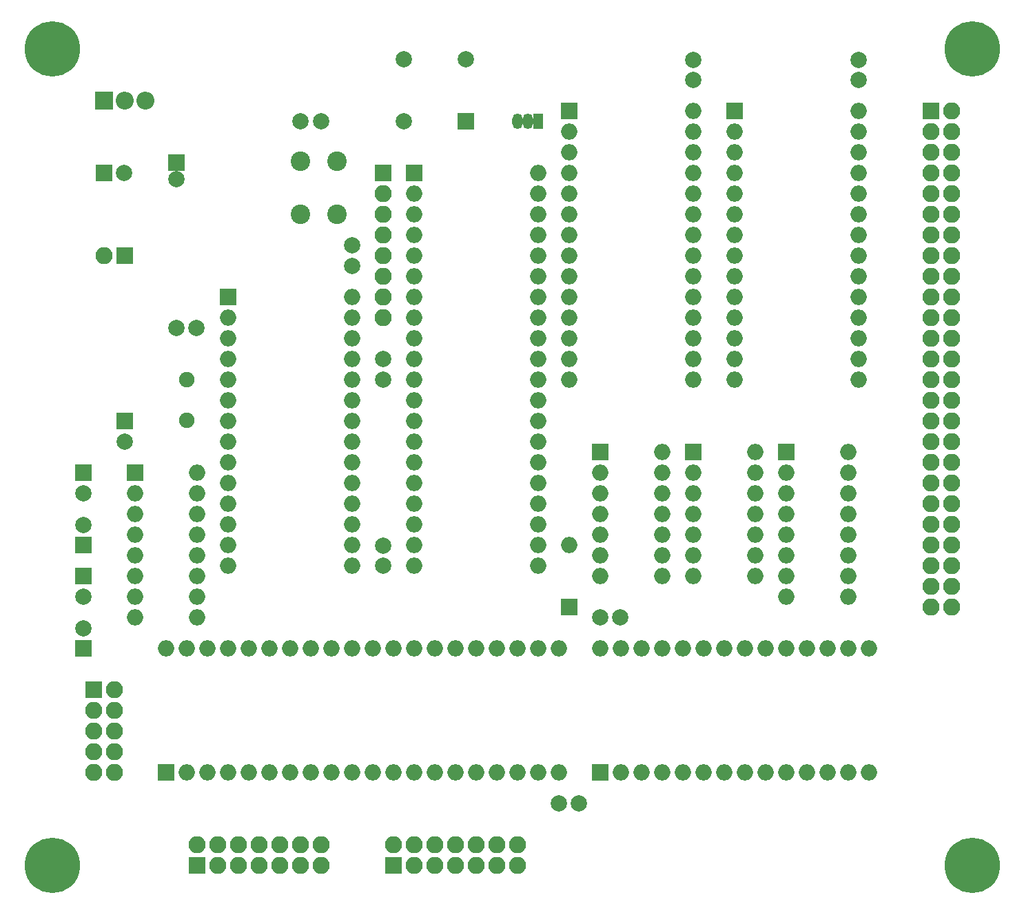
<source format=gbr>
G04 #@! TF.FileFunction,Soldermask,Bot*
%FSLAX46Y46*%
G04 Gerber Fmt 4.6, Leading zero omitted, Abs format (unit mm)*
G04 Created by KiCad (PCBNEW 4.0.6-e0-6349~53~ubuntu16.04.1) date Mon Apr  3 23:13:33 2017*
%MOMM*%
%LPD*%
G01*
G04 APERTURE LIST*
%ADD10C,0.100000*%
%ADD11R,2.000000X2.000000*%
%ADD12C,2.000000*%
%ADD13O,2.000000X2.000000*%
%ADD14R,2.100000X2.100000*%
%ADD15O,2.100000X2.100000*%
%ADD16O,1.300000X1.900000*%
%ADD17R,1.300000X1.900000*%
%ADD18C,2.400000*%
%ADD19R,2.200000X2.200000*%
%ADD20O,2.200000X2.200000*%
%ADD21C,1.900000*%
%ADD22C,6.800000*%
G04 APERTURE END LIST*
D10*
D11*
X92710000Y-114300000D03*
D12*
X92710000Y-111800000D03*
D11*
X92710000Y-101600000D03*
D12*
X92710000Y-99100000D03*
D11*
X92710000Y-105410000D03*
D12*
X92710000Y-107910000D03*
D11*
X97790000Y-86360000D03*
D12*
X97790000Y-88860000D03*
D11*
X92710000Y-92710000D03*
D12*
X92710000Y-95210000D03*
X104140000Y-74930000D03*
X106640000Y-74930000D03*
D11*
X95250000Y-55880000D03*
D12*
X97750000Y-55880000D03*
D11*
X104140000Y-54610000D03*
D12*
X104140000Y-56610000D03*
X121920000Y-49530000D03*
X119420000Y-49530000D03*
X125730000Y-64770000D03*
X125730000Y-67270000D03*
X129540000Y-104140000D03*
X129540000Y-101640000D03*
X151130000Y-133350000D03*
X153630000Y-133350000D03*
X187960000Y-44450000D03*
X187960000Y-41950000D03*
X129540000Y-78740000D03*
X129540000Y-81240000D03*
X167640000Y-44450000D03*
X167640000Y-41950000D03*
X156210000Y-110490000D03*
X158710000Y-110490000D03*
D11*
X152400000Y-109220000D03*
D13*
X152400000Y-101600000D03*
D14*
X93980000Y-119380000D03*
D15*
X96520000Y-119380000D03*
X93980000Y-121920000D03*
X96520000Y-121920000D03*
X93980000Y-124460000D03*
X96520000Y-124460000D03*
X93980000Y-127000000D03*
X96520000Y-127000000D03*
X93980000Y-129540000D03*
X96520000Y-129540000D03*
D14*
X106680000Y-140970000D03*
D15*
X106680000Y-138430000D03*
X109220000Y-140970000D03*
X109220000Y-138430000D03*
X111760000Y-140970000D03*
X111760000Y-138430000D03*
X114300000Y-140970000D03*
X114300000Y-138430000D03*
X116840000Y-140970000D03*
X116840000Y-138430000D03*
X119380000Y-140970000D03*
X119380000Y-138430000D03*
X121920000Y-140970000D03*
X121920000Y-138430000D03*
D14*
X130810000Y-140970000D03*
D15*
X130810000Y-138430000D03*
X133350000Y-140970000D03*
X133350000Y-138430000D03*
X135890000Y-140970000D03*
X135890000Y-138430000D03*
X138430000Y-140970000D03*
X138430000Y-138430000D03*
X140970000Y-140970000D03*
X140970000Y-138430000D03*
X143510000Y-140970000D03*
X143510000Y-138430000D03*
X146050000Y-140970000D03*
X146050000Y-138430000D03*
D14*
X97790000Y-66040000D03*
D15*
X95250000Y-66040000D03*
D14*
X196850000Y-48260000D03*
D15*
X199390000Y-48260000D03*
X196850000Y-50800000D03*
X199390000Y-50800000D03*
X196850000Y-53340000D03*
X199390000Y-53340000D03*
X196850000Y-55880000D03*
X199390000Y-55880000D03*
X196850000Y-58420000D03*
X199390000Y-58420000D03*
X196850000Y-60960000D03*
X199390000Y-60960000D03*
X196850000Y-63500000D03*
X199390000Y-63500000D03*
X196850000Y-66040000D03*
X199390000Y-66040000D03*
X196850000Y-68580000D03*
X199390000Y-68580000D03*
X196850000Y-71120000D03*
X199390000Y-71120000D03*
X196850000Y-73660000D03*
X199390000Y-73660000D03*
X196850000Y-76200000D03*
X199390000Y-76200000D03*
X196850000Y-78740000D03*
X199390000Y-78740000D03*
X196850000Y-81280000D03*
X199390000Y-81280000D03*
X196850000Y-83820000D03*
X199390000Y-83820000D03*
X196850000Y-86360000D03*
X199390000Y-86360000D03*
X196850000Y-88900000D03*
X199390000Y-88900000D03*
X196850000Y-91440000D03*
X199390000Y-91440000D03*
X196850000Y-93980000D03*
X199390000Y-93980000D03*
X196850000Y-96520000D03*
X199390000Y-96520000D03*
X196850000Y-99060000D03*
X199390000Y-99060000D03*
X196850000Y-101600000D03*
X199390000Y-101600000D03*
X196850000Y-104140000D03*
X199390000Y-104140000D03*
X196850000Y-106680000D03*
X199390000Y-106680000D03*
X196850000Y-109220000D03*
X199390000Y-109220000D03*
D16*
X147320000Y-49530000D03*
X146050000Y-49530000D03*
D17*
X148590000Y-49530000D03*
D14*
X129540000Y-55880000D03*
D15*
X129540000Y-58420000D03*
X129540000Y-60960000D03*
X129540000Y-63500000D03*
X129540000Y-66040000D03*
X129540000Y-68580000D03*
X129540000Y-71120000D03*
X129540000Y-73660000D03*
D18*
X123880000Y-60960000D03*
X119380000Y-60960000D03*
X123880000Y-54460000D03*
X119380000Y-54460000D03*
D11*
X133350000Y-55880000D03*
D13*
X148590000Y-104140000D03*
X133350000Y-58420000D03*
X148590000Y-101600000D03*
X133350000Y-60960000D03*
X148590000Y-99060000D03*
X133350000Y-63500000D03*
X148590000Y-96520000D03*
X133350000Y-66040000D03*
X148590000Y-93980000D03*
X133350000Y-68580000D03*
X148590000Y-91440000D03*
X133350000Y-71120000D03*
X148590000Y-88900000D03*
X133350000Y-73660000D03*
X148590000Y-86360000D03*
X133350000Y-76200000D03*
X148590000Y-83820000D03*
X133350000Y-78740000D03*
X148590000Y-81280000D03*
X133350000Y-81280000D03*
X148590000Y-78740000D03*
X133350000Y-83820000D03*
X148590000Y-76200000D03*
X133350000Y-86360000D03*
X148590000Y-73660000D03*
X133350000Y-88900000D03*
X148590000Y-71120000D03*
X133350000Y-91440000D03*
X148590000Y-68580000D03*
X133350000Y-93980000D03*
X148590000Y-66040000D03*
X133350000Y-96520000D03*
X148590000Y-63500000D03*
X133350000Y-99060000D03*
X148590000Y-60960000D03*
X133350000Y-101600000D03*
X148590000Y-58420000D03*
X133350000Y-104140000D03*
X148590000Y-55880000D03*
D11*
X172720000Y-48260000D03*
D13*
X187960000Y-81280000D03*
X172720000Y-50800000D03*
X187960000Y-78740000D03*
X172720000Y-53340000D03*
X187960000Y-76200000D03*
X172720000Y-55880000D03*
X187960000Y-73660000D03*
X172720000Y-58420000D03*
X187960000Y-71120000D03*
X172720000Y-60960000D03*
X187960000Y-68580000D03*
X172720000Y-63500000D03*
X187960000Y-66040000D03*
X172720000Y-66040000D03*
X187960000Y-63500000D03*
X172720000Y-68580000D03*
X187960000Y-60960000D03*
X172720000Y-71120000D03*
X187960000Y-58420000D03*
X172720000Y-73660000D03*
X187960000Y-55880000D03*
X172720000Y-76200000D03*
X187960000Y-53340000D03*
X172720000Y-78740000D03*
X187960000Y-50800000D03*
X172720000Y-81280000D03*
X187960000Y-48260000D03*
D11*
X152400000Y-48260000D03*
D13*
X167640000Y-81280000D03*
X152400000Y-50800000D03*
X167640000Y-78740000D03*
X152400000Y-53340000D03*
X167640000Y-76200000D03*
X152400000Y-55880000D03*
X167640000Y-73660000D03*
X152400000Y-58420000D03*
X167640000Y-71120000D03*
X152400000Y-60960000D03*
X167640000Y-68580000D03*
X152400000Y-63500000D03*
X167640000Y-66040000D03*
X152400000Y-66040000D03*
X167640000Y-63500000D03*
X152400000Y-68580000D03*
X167640000Y-60960000D03*
X152400000Y-71120000D03*
X167640000Y-58420000D03*
X152400000Y-73660000D03*
X167640000Y-55880000D03*
X152400000Y-76200000D03*
X167640000Y-53340000D03*
X152400000Y-78740000D03*
X167640000Y-50800000D03*
X152400000Y-81280000D03*
X167640000Y-48260000D03*
D11*
X99060000Y-92710000D03*
D13*
X106680000Y-110490000D03*
X99060000Y-95250000D03*
X106680000Y-107950000D03*
X99060000Y-97790000D03*
X106680000Y-105410000D03*
X99060000Y-100330000D03*
X106680000Y-102870000D03*
X99060000Y-102870000D03*
X106680000Y-100330000D03*
X99060000Y-105410000D03*
X106680000Y-97790000D03*
X99060000Y-107950000D03*
X106680000Y-95250000D03*
X99060000Y-110490000D03*
X106680000Y-92710000D03*
D11*
X110490000Y-71120000D03*
D13*
X125730000Y-104140000D03*
X110490000Y-73660000D03*
X125730000Y-101600000D03*
X110490000Y-76200000D03*
X125730000Y-99060000D03*
X110490000Y-78740000D03*
X125730000Y-96520000D03*
X110490000Y-81280000D03*
X125730000Y-93980000D03*
X110490000Y-83820000D03*
X125730000Y-91440000D03*
X110490000Y-86360000D03*
X125730000Y-88900000D03*
X110490000Y-88900000D03*
X125730000Y-86360000D03*
X110490000Y-91440000D03*
X125730000Y-83820000D03*
X110490000Y-93980000D03*
X125730000Y-81280000D03*
X110490000Y-96520000D03*
X125730000Y-78740000D03*
X110490000Y-99060000D03*
X125730000Y-76200000D03*
X110490000Y-101600000D03*
X125730000Y-73660000D03*
X110490000Y-104140000D03*
X125730000Y-71120000D03*
D11*
X102870000Y-129540000D03*
D13*
X151130000Y-114300000D03*
X105410000Y-129540000D03*
X148590000Y-114300000D03*
X107950000Y-129540000D03*
X146050000Y-114300000D03*
X110490000Y-129540000D03*
X143510000Y-114300000D03*
X113030000Y-129540000D03*
X140970000Y-114300000D03*
X115570000Y-129540000D03*
X138430000Y-114300000D03*
X118110000Y-129540000D03*
X135890000Y-114300000D03*
X120650000Y-129540000D03*
X133350000Y-114300000D03*
X123190000Y-129540000D03*
X130810000Y-114300000D03*
X125730000Y-129540000D03*
X128270000Y-114300000D03*
X128270000Y-129540000D03*
X125730000Y-114300000D03*
X130810000Y-129540000D03*
X123190000Y-114300000D03*
X133350000Y-129540000D03*
X120650000Y-114300000D03*
X135890000Y-129540000D03*
X118110000Y-114300000D03*
X138430000Y-129540000D03*
X115570000Y-114300000D03*
X140970000Y-129540000D03*
X113030000Y-114300000D03*
X143510000Y-129540000D03*
X110490000Y-114300000D03*
X146050000Y-129540000D03*
X107950000Y-114300000D03*
X148590000Y-129540000D03*
X105410000Y-114300000D03*
X151130000Y-129540000D03*
X102870000Y-114300000D03*
D11*
X156210000Y-129540000D03*
D13*
X189230000Y-114300000D03*
X158750000Y-129540000D03*
X186690000Y-114300000D03*
X161290000Y-129540000D03*
X184150000Y-114300000D03*
X163830000Y-129540000D03*
X181610000Y-114300000D03*
X166370000Y-129540000D03*
X179070000Y-114300000D03*
X168910000Y-129540000D03*
X176530000Y-114300000D03*
X171450000Y-129540000D03*
X173990000Y-114300000D03*
X173990000Y-129540000D03*
X171450000Y-114300000D03*
X176530000Y-129540000D03*
X168910000Y-114300000D03*
X179070000Y-129540000D03*
X166370000Y-114300000D03*
X181610000Y-129540000D03*
X163830000Y-114300000D03*
X184150000Y-129540000D03*
X161290000Y-114300000D03*
X186690000Y-129540000D03*
X158750000Y-114300000D03*
X189230000Y-129540000D03*
X156210000Y-114300000D03*
D11*
X167640000Y-90170000D03*
D13*
X175260000Y-105410000D03*
X167640000Y-92710000D03*
X175260000Y-102870000D03*
X167640000Y-95250000D03*
X175260000Y-100330000D03*
X167640000Y-97790000D03*
X175260000Y-97790000D03*
X167640000Y-100330000D03*
X175260000Y-95250000D03*
X167640000Y-102870000D03*
X175260000Y-92710000D03*
X167640000Y-105410000D03*
X175260000Y-90170000D03*
D11*
X156210000Y-90170000D03*
D13*
X163830000Y-105410000D03*
X156210000Y-92710000D03*
X163830000Y-102870000D03*
X156210000Y-95250000D03*
X163830000Y-100330000D03*
X156210000Y-97790000D03*
X163830000Y-97790000D03*
X156210000Y-100330000D03*
X163830000Y-95250000D03*
X156210000Y-102870000D03*
X163830000Y-92710000D03*
X156210000Y-105410000D03*
X163830000Y-90170000D03*
D11*
X179070000Y-90170000D03*
D13*
X186690000Y-107950000D03*
X179070000Y-92710000D03*
X186690000Y-105410000D03*
X179070000Y-95250000D03*
X186690000Y-102870000D03*
X179070000Y-97790000D03*
X186690000Y-100330000D03*
X179070000Y-100330000D03*
X186690000Y-97790000D03*
X179070000Y-102870000D03*
X186690000Y-95250000D03*
X179070000Y-105410000D03*
X186690000Y-92710000D03*
X179070000Y-107950000D03*
X186690000Y-90170000D03*
D19*
X95250000Y-46990000D03*
D20*
X97790000Y-46990000D03*
X100330000Y-46990000D03*
D11*
X139700000Y-49530000D03*
D12*
X132080000Y-49530000D03*
X132080000Y-41910000D03*
X139700000Y-41910000D03*
D21*
X105410000Y-81280000D03*
X105410000Y-86280000D03*
D22*
X201930000Y-140970000D03*
X88900000Y-140970000D03*
X88900000Y-40640000D03*
X201930000Y-40640000D03*
M02*

</source>
